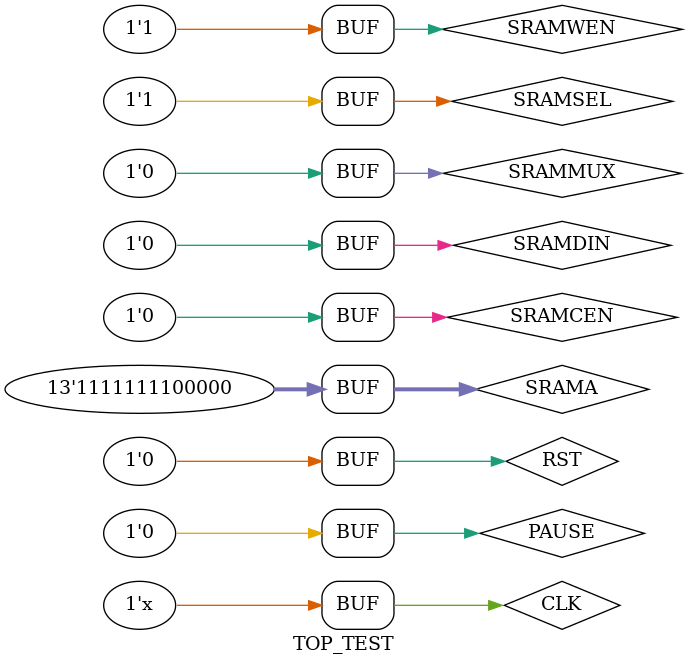
<source format=v>
`timescale 10ns / 1ps


module TOP_TEST(

    );
    reg CLK; //10M
    reg RST;
    reg PAUSE;
    reg SRAMSEL;
    reg [12:0]SRAMA;
    reg SRAMMUX;
    reg SRAMCEN;
    reg SRAMWEN;
    reg SRAMDIN;
    wire SRAMDOUT;
    
    always #5 CLK=~CLK;
    initial
    begin
        CLK=0;
        RST=1;
        PAUSE=0;
        SRAMSEL=1;
        SRAMA=13'b0000000000000;
        SRAMMUX=0;
        SRAMCEN=1;
        SRAMWEN=1;
        SRAMDIN=0;
        #100 RST=0;
        SRAMA=13'b1111111100000; //ADDR=8160
        SRAMSEL=1;
        SRAMCEN=0;
        SRAMMUX=1;
        #10 SRAMWEN=0;
        SRAMDIN=1;
        #40 SRAMDIN=0;
        #40 SRAMDIN=1;
        #40 SRAMDIN=0;
        #40 SRAMDIN=1;
        #40 SRAMDIN=0;
        #40 SRAMDIN=1;
        #40 SRAMDIN=0;
        #40 SRAMDIN=1;
        #40 SRAMDIN=0;
        #40 SRAMDIN=1;
        #50 SRAMCEN=1;
        SRAMWEN=1;
        #50 SRAMA=13'b0000000011111; //ADDR=31
        SRAMSEL=1;
        SRAMCEN=0;
        SRAMMUX=1;
        #20 SRAMWEN=0;
        SRAMDIN=1;
        #20 SRAMDIN=0;
        #20 SRAMDIN=1;
        #20 SRAMDIN=0;
        #20 SRAMDIN=1;
        #20 SRAMDIN=0;// DATA=32'h33333333
        #20 SRAMDIN=1;
        #20 SRAMDIN=0;
        #20 SRAMDIN=1;
        #20 SRAMDIN=0;
        #20 SRAMDIN=1;
        #20 SRAMDIN=0;
        #20 SRAMDIN=1;
        #20 SRAMDIN=0;
        #20 SRAMDIN=1;
        #20 SRAMDIN=0;
        #20 SRAMDIN=1;
        #20 SRAMDIN=0;
        #20 SRAMDIN=1;
        #20 SRAMDIN=0;
        #20 SRAMDIN=1;
        #50 SRAMCEN=1;
        SRAMWEN=1;
        #50 SRAMA=13'b0000000011111;// ADDR=31
        SRAMSEL=1;
        SRAMCEN=0;
        SRAMMUX=0;
        #20 SRAMWEN=0;
        SRAMDIN=1;
        #20 SRAMDIN=0;
        #40 SRAMDIN=1;
        #40 SRAMDIN=0;
        #20 SRAMDIN=1;
        #20 SRAMDIN=0;//DATA=16'b0011001111000011=16'h33c3
        #20 SRAMDIN=1;
        #20 SRAMDIN=0;
        #20 SRAMDIN=1;
        #20 SRAMDIN=0;
        #20 SRAMDIN=1;
        #20 SRAMDIN=0;
        #20 SRAMDIN=1;
        #20 SRAMDIN=0;
        #20 SRAMDIN=1;
        #20 SRAMDIN=0;
        #20 SRAMDIN=1;
        #20 SRAMDIN=0;
        #20 SRAMDIN=1;
        #50 SRAMCEN=1;
        SRAMWEN=1;
        #50 SRAMA=13'b1111111100000;// ADDR=2016
        SRAMSEL=1;
        SRAMCEN=0;
        SRAMMUX=0;
        #20 SRAMWEN=0;
        SRAMDIN=1;
        #40 SRAMDIN=0;
        #40 SRAMDIN=1;
        #40 SRAMDIN=0;
        #40 SRAMDIN=1;//DATA=16'h0f0f
        #40 SRAMDIN=0;
        #40 SRAMDIN=1;
        #40 SRAMDIN=0;
        #40 SRAMDIN=1;
        #40 SRAMDIN=0;
        #40 SRAMDIN=1;
        #50 SRAMCEN=1;
        #50 SRAMA=13'b000000011111;
        SRAMSEL=1;
        SRAMCEN=0;
        SRAMMUX=0;
        SRAMWEN=1;
        SRAMDIN=0;
        #380 SRAMCEN=1;
        SRAMA=13'b000000011111;
        #20 SRAMSEL=1;
        SRAMCEN=0;
        SRAMMUX=1;
        SRAMWEN=1;
        SRAMDIN=0;
        #380 SRAMCEN=1;
        SRAMA=13'b1111111100000;
        #20 SRAMSEL=1;
        SRAMCEN=0;
        SRAMMUX=1;
        SRAMWEN=1;
        SRAMDIN=0;
        #380 SRAMCEN=1;
        SRAMA=13'b1111111100000;
        #20 SRAMSEL=1;
        SRAMCEN=0;
        SRAMMUX=0;
        SRAMWEN=1;
        SRAMDIN=0;
    end
    
    TOP #(.DATASRAM_ADDRWIDTH(13),.DATASRAM_DATAWIDTH(32),.INSTSRAM_ADDRWIDTH(11),.INSTSRAM_DATAWIDTH(16))
    TOP (CLK, RST, PAUSE, SRAMSEL, SRAMA, SRAMMUX, SRAMCEN, SRAMWEN, SRAMDIN, SRAMDOUT);
   
endmodule
</source>
